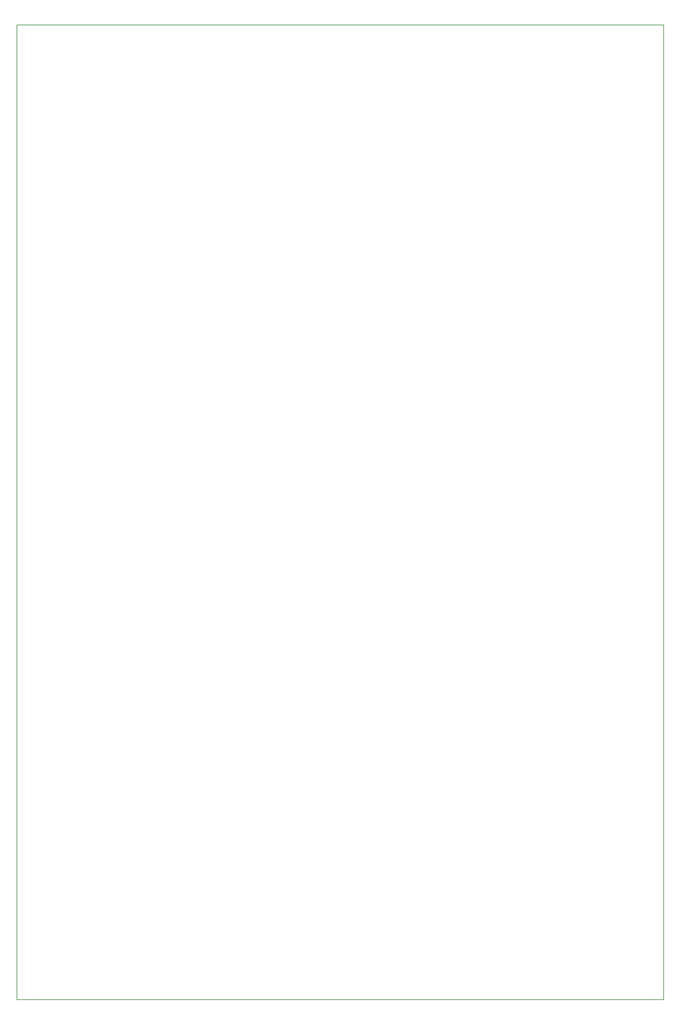
<source format=gm1>
G04 #@! TF.GenerationSoftware,KiCad,Pcbnew,7.0.7-7.0.7~ubuntu22.04.1*
G04 #@! TF.CreationDate,2023-12-22T20:45:01+01:00*
G04 #@! TF.ProjectId,piaxe,70696178-652e-46b6-9963-61645f706362,rev?*
G04 #@! TF.SameCoordinates,Original*
G04 #@! TF.FileFunction,Profile,NP*
%FSLAX46Y46*%
G04 Gerber Fmt 4.6, Leading zero omitted, Abs format (unit mm)*
G04 Created by KiCad (PCBNEW 7.0.7-7.0.7~ubuntu22.04.1) date 2023-12-22 20:45:01*
%MOMM*%
%LPD*%
G01*
G04 APERTURE LIST*
G04 #@! TA.AperFunction,Profile*
%ADD10C,0.100000*%
G04 #@! TD*
G04 APERTURE END LIST*
D10*
X180000000Y-203000000D02*
X180000000Y-69000000D01*
X180000000Y-69000000D02*
X91000000Y-69000000D01*
X91000000Y-203000000D02*
X180000000Y-203000000D01*
X91000000Y-69000000D02*
X91000000Y-203000000D01*
M02*

</source>
